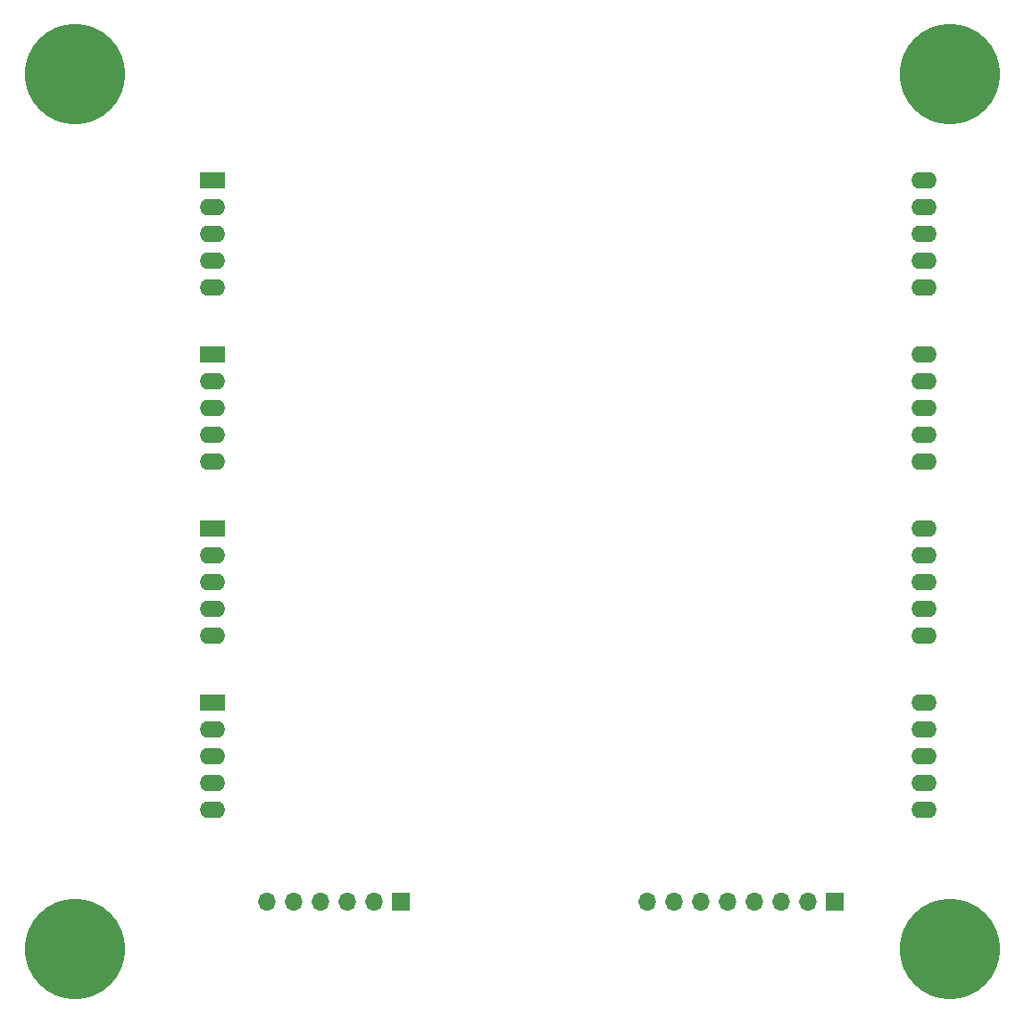
<source format=gbs>
%TF.GenerationSoftware,KiCad,Pcbnew,(6.0.1)*%
%TF.CreationDate,2022-08-01T15:02:32-04:00*%
%TF.ProjectId,MAX7219X4,4d415837-3231-4395-9834-2e6b69636164,2*%
%TF.SameCoordinates,Original*%
%TF.FileFunction,Soldermask,Bot*%
%TF.FilePolarity,Negative*%
%FSLAX46Y46*%
G04 Gerber Fmt 4.6, Leading zero omitted, Abs format (unit mm)*
G04 Created by KiCad (PCBNEW (6.0.1)) date 2022-08-01 15:02:32*
%MOMM*%
%LPD*%
G01*
G04 APERTURE LIST*
%ADD10R,2.400000X1.600000*%
%ADD11O,2.400000X1.600000*%
%ADD12R,1.700000X1.700000*%
%ADD13O,1.700000X1.700000*%
%ADD14C,9.525000*%
G04 APERTURE END LIST*
D10*
%TO.C,BRD4*%
X74045000Y-43025000D03*
D11*
X74045000Y-45565000D03*
X74045000Y-48105000D03*
X74045000Y-50645000D03*
X74045000Y-53185000D03*
X141545000Y-53225000D03*
X141545000Y-50685000D03*
X141545000Y-48145000D03*
X141545000Y-45605000D03*
X141545000Y-43065000D03*
%TD*%
D10*
%TO.C,BRD1*%
X74045000Y-92555000D03*
D11*
X74045000Y-95095000D03*
X74045000Y-97635000D03*
X74045000Y-100175000D03*
X74045000Y-102715000D03*
X141545000Y-102755000D03*
X141545000Y-100215000D03*
X141545000Y-97675000D03*
X141545000Y-95135000D03*
X141545000Y-92595000D03*
%TD*%
D12*
%TO.C,J1*%
X133081000Y-111506000D03*
D13*
X130541000Y-111506000D03*
X128001000Y-111506000D03*
X125461000Y-111506000D03*
X122921000Y-111506000D03*
X120381000Y-111506000D03*
X117841000Y-111506000D03*
X115301000Y-111506000D03*
%TD*%
D14*
%TO.C,MTG4*%
X144000000Y-33000000D03*
%TD*%
D12*
%TO.C,J2*%
X91948000Y-111449000D03*
D13*
X89408000Y-111449000D03*
X86868000Y-111449000D03*
X84328000Y-111449000D03*
X81788000Y-111449000D03*
X79248000Y-111449000D03*
%TD*%
D14*
%TO.C,MTG1*%
X61000000Y-116000000D03*
%TD*%
D10*
%TO.C,BRD3*%
X74045000Y-59535000D03*
D11*
X74045000Y-62075000D03*
X74045000Y-64615000D03*
X74045000Y-67155000D03*
X74045000Y-69695000D03*
X141545000Y-69735000D03*
X141545000Y-67195000D03*
X141545000Y-64655000D03*
X141545000Y-62115000D03*
X141545000Y-59575000D03*
%TD*%
D14*
%TO.C,MTG2*%
X144000000Y-116000000D03*
%TD*%
D10*
%TO.C,BRD2*%
X74045000Y-76045000D03*
D11*
X74045000Y-78585000D03*
X74045000Y-81125000D03*
X74045000Y-83665000D03*
X74045000Y-86205000D03*
X141545000Y-86245000D03*
X141545000Y-83705000D03*
X141545000Y-81165000D03*
X141545000Y-78625000D03*
X141545000Y-76085000D03*
%TD*%
D14*
%TO.C,MTG3*%
X61000000Y-33000000D03*
%TD*%
M02*

</source>
